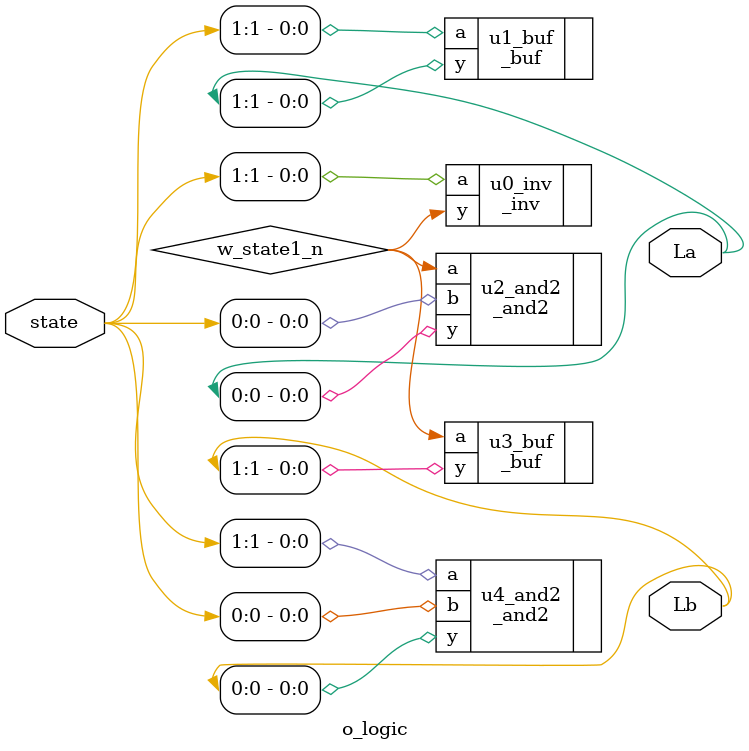
<source format=v>
module o_logic(state, La, Lb);
	input [1:0] state;
	output [1:0] La, Lb;
	
	wire w_state1_n;
	
	// inversed input
	_inv u0_inv(.a(state[1]), .y(w_state1_n));
	
	// La[1]
	_buf u1_buf(.a(state[1]), .y(La[1]));
	
	// La[0]
	_and2 u2_and2(.a(w_state1_n), .b(state[0]), .y(La[0]));

	// Lb[1]
	_buf u3_buf(.a(w_state1_n), .y(Lb[1]));

	// Lb[0]
	_and2 u4_and2(.a(state[1]), .b(state[0]), .y(Lb[0]));
endmodule

</source>
